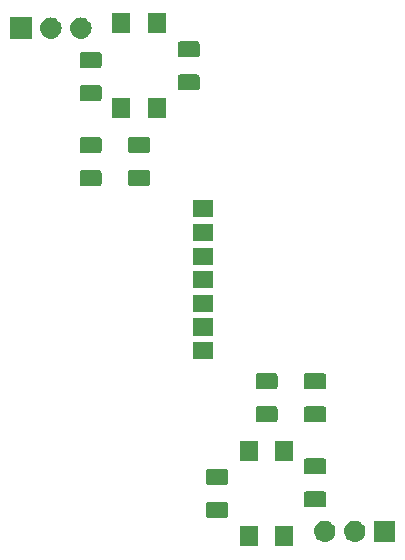
<source format=gbr>
G04 #@! TF.GenerationSoftware,KiCad,Pcbnew,(5.0.1)-4*
G04 #@! TF.CreationDate,2019-02-20T00:24:04+08:00*
G04 #@! TF.ProjectId,Xiaomi2Ali-Smart-Plug-WIFI-Module-Rev.B,5869616F6D6932416C692D536D617274,rev?*
G04 #@! TF.SameCoordinates,Original*
G04 #@! TF.FileFunction,Soldermask,Top*
G04 #@! TF.FilePolarity,Negative*
%FSLAX46Y46*%
G04 Gerber Fmt 4.6, Leading zero omitted, Abs format (unit mm)*
G04 Created by KiCad (PCBNEW (5.0.1)-4) date 2019/2/20 0:24:04*
%MOMM*%
%LPD*%
G01*
G04 APERTURE LIST*
%ADD10C,0.100000*%
G04 APERTURE END LIST*
D10*
G36*
X148051000Y-116051000D02*
X146549000Y-116051000D01*
X146549000Y-114349000D01*
X148051000Y-114349000D01*
X148051000Y-116051000D01*
X148051000Y-116051000D01*
G37*
G36*
X151051000Y-116051000D02*
X149549000Y-116051000D01*
X149549000Y-114349000D01*
X151051000Y-114349000D01*
X151051000Y-116051000D01*
X151051000Y-116051000D01*
G37*
G36*
X153830442Y-113905518D02*
X153896627Y-113912037D01*
X154009853Y-113946384D01*
X154066467Y-113963557D01*
X154205087Y-114037652D01*
X154222991Y-114047222D01*
X154258729Y-114076552D01*
X154360186Y-114159814D01*
X154443448Y-114261271D01*
X154472778Y-114297009D01*
X154472779Y-114297011D01*
X154556443Y-114453533D01*
X154556443Y-114453534D01*
X154607963Y-114623373D01*
X154625359Y-114800000D01*
X154607963Y-114976627D01*
X154573616Y-115089853D01*
X154556443Y-115146467D01*
X154482348Y-115285087D01*
X154472778Y-115302991D01*
X154443448Y-115338729D01*
X154360186Y-115440186D01*
X154258729Y-115523448D01*
X154222991Y-115552778D01*
X154222989Y-115552779D01*
X154066467Y-115636443D01*
X154009853Y-115653616D01*
X153896627Y-115687963D01*
X153830442Y-115694482D01*
X153764260Y-115701000D01*
X153675740Y-115701000D01*
X153609558Y-115694482D01*
X153543373Y-115687963D01*
X153430147Y-115653616D01*
X153373533Y-115636443D01*
X153217011Y-115552779D01*
X153217009Y-115552778D01*
X153181271Y-115523448D01*
X153079814Y-115440186D01*
X152996552Y-115338729D01*
X152967222Y-115302991D01*
X152957652Y-115285087D01*
X152883557Y-115146467D01*
X152866384Y-115089853D01*
X152832037Y-114976627D01*
X152814641Y-114800000D01*
X152832037Y-114623373D01*
X152883557Y-114453534D01*
X152883557Y-114453533D01*
X152967221Y-114297011D01*
X152967222Y-114297009D01*
X152996552Y-114261271D01*
X153079814Y-114159814D01*
X153181271Y-114076552D01*
X153217009Y-114047222D01*
X153234913Y-114037652D01*
X153373533Y-113963557D01*
X153430147Y-113946384D01*
X153543373Y-113912037D01*
X153609558Y-113905518D01*
X153675740Y-113899000D01*
X153764260Y-113899000D01*
X153830442Y-113905518D01*
X153830442Y-113905518D01*
G37*
G36*
X156370442Y-113905518D02*
X156436627Y-113912037D01*
X156549853Y-113946384D01*
X156606467Y-113963557D01*
X156745087Y-114037652D01*
X156762991Y-114047222D01*
X156798729Y-114076552D01*
X156900186Y-114159814D01*
X156983448Y-114261271D01*
X157012778Y-114297009D01*
X157012779Y-114297011D01*
X157096443Y-114453533D01*
X157096443Y-114453534D01*
X157147963Y-114623373D01*
X157165359Y-114800000D01*
X157147963Y-114976627D01*
X157113616Y-115089853D01*
X157096443Y-115146467D01*
X157022348Y-115285087D01*
X157012778Y-115302991D01*
X156983448Y-115338729D01*
X156900186Y-115440186D01*
X156798729Y-115523448D01*
X156762991Y-115552778D01*
X156762989Y-115552779D01*
X156606467Y-115636443D01*
X156549853Y-115653616D01*
X156436627Y-115687963D01*
X156370442Y-115694482D01*
X156304260Y-115701000D01*
X156215740Y-115701000D01*
X156149558Y-115694482D01*
X156083373Y-115687963D01*
X155970147Y-115653616D01*
X155913533Y-115636443D01*
X155757011Y-115552779D01*
X155757009Y-115552778D01*
X155721271Y-115523448D01*
X155619814Y-115440186D01*
X155536552Y-115338729D01*
X155507222Y-115302991D01*
X155497652Y-115285087D01*
X155423557Y-115146467D01*
X155406384Y-115089853D01*
X155372037Y-114976627D01*
X155354641Y-114800000D01*
X155372037Y-114623373D01*
X155423557Y-114453534D01*
X155423557Y-114453533D01*
X155507221Y-114297011D01*
X155507222Y-114297009D01*
X155536552Y-114261271D01*
X155619814Y-114159814D01*
X155721271Y-114076552D01*
X155757009Y-114047222D01*
X155774913Y-114037652D01*
X155913533Y-113963557D01*
X155970147Y-113946384D01*
X156083373Y-113912037D01*
X156149558Y-113905518D01*
X156215740Y-113899000D01*
X156304260Y-113899000D01*
X156370442Y-113905518D01*
X156370442Y-113905518D01*
G37*
G36*
X159701000Y-115701000D02*
X157899000Y-115701000D01*
X157899000Y-113899000D01*
X159701000Y-113899000D01*
X159701000Y-115701000D01*
X159701000Y-115701000D01*
G37*
G36*
X145368604Y-112328347D02*
X145405145Y-112339432D01*
X145438820Y-112357431D01*
X145468341Y-112381659D01*
X145492569Y-112411180D01*
X145510568Y-112444855D01*
X145521653Y-112481396D01*
X145526000Y-112525538D01*
X145526000Y-113474462D01*
X145521653Y-113518604D01*
X145510568Y-113555145D01*
X145492569Y-113588820D01*
X145468341Y-113618341D01*
X145438820Y-113642569D01*
X145405145Y-113660568D01*
X145368604Y-113671653D01*
X145324462Y-113676000D01*
X143875538Y-113676000D01*
X143831396Y-113671653D01*
X143794855Y-113660568D01*
X143761180Y-113642569D01*
X143731659Y-113618341D01*
X143707431Y-113588820D01*
X143689432Y-113555145D01*
X143678347Y-113518604D01*
X143674000Y-113474462D01*
X143674000Y-112525538D01*
X143678347Y-112481396D01*
X143689432Y-112444855D01*
X143707431Y-112411180D01*
X143731659Y-112381659D01*
X143761180Y-112357431D01*
X143794855Y-112339432D01*
X143831396Y-112328347D01*
X143875538Y-112324000D01*
X145324462Y-112324000D01*
X145368604Y-112328347D01*
X145368604Y-112328347D01*
G37*
G36*
X153668604Y-111428347D02*
X153705145Y-111439432D01*
X153738820Y-111457431D01*
X153768341Y-111481659D01*
X153792569Y-111511180D01*
X153810568Y-111544855D01*
X153821653Y-111581396D01*
X153826000Y-111625538D01*
X153826000Y-112574462D01*
X153821653Y-112618604D01*
X153810568Y-112655145D01*
X153792569Y-112688820D01*
X153768341Y-112718341D01*
X153738820Y-112742569D01*
X153705145Y-112760568D01*
X153668604Y-112771653D01*
X153624462Y-112776000D01*
X152175538Y-112776000D01*
X152131396Y-112771653D01*
X152094855Y-112760568D01*
X152061180Y-112742569D01*
X152031659Y-112718341D01*
X152007431Y-112688820D01*
X151989432Y-112655145D01*
X151978347Y-112618604D01*
X151974000Y-112574462D01*
X151974000Y-111625538D01*
X151978347Y-111581396D01*
X151989432Y-111544855D01*
X152007431Y-111511180D01*
X152031659Y-111481659D01*
X152061180Y-111457431D01*
X152094855Y-111439432D01*
X152131396Y-111428347D01*
X152175538Y-111424000D01*
X153624462Y-111424000D01*
X153668604Y-111428347D01*
X153668604Y-111428347D01*
G37*
G36*
X145368604Y-109528347D02*
X145405145Y-109539432D01*
X145438820Y-109557431D01*
X145468341Y-109581659D01*
X145492569Y-109611180D01*
X145510568Y-109644855D01*
X145521653Y-109681396D01*
X145526000Y-109725538D01*
X145526000Y-110674462D01*
X145521653Y-110718604D01*
X145510568Y-110755145D01*
X145492569Y-110788820D01*
X145468341Y-110818341D01*
X145438820Y-110842569D01*
X145405145Y-110860568D01*
X145368604Y-110871653D01*
X145324462Y-110876000D01*
X143875538Y-110876000D01*
X143831396Y-110871653D01*
X143794855Y-110860568D01*
X143761180Y-110842569D01*
X143731659Y-110818341D01*
X143707431Y-110788820D01*
X143689432Y-110755145D01*
X143678347Y-110718604D01*
X143674000Y-110674462D01*
X143674000Y-109725538D01*
X143678347Y-109681396D01*
X143689432Y-109644855D01*
X143707431Y-109611180D01*
X143731659Y-109581659D01*
X143761180Y-109557431D01*
X143794855Y-109539432D01*
X143831396Y-109528347D01*
X143875538Y-109524000D01*
X145324462Y-109524000D01*
X145368604Y-109528347D01*
X145368604Y-109528347D01*
G37*
G36*
X153668604Y-108628347D02*
X153705145Y-108639432D01*
X153738820Y-108657431D01*
X153768341Y-108681659D01*
X153792569Y-108711180D01*
X153810568Y-108744855D01*
X153821653Y-108781396D01*
X153826000Y-108825538D01*
X153826000Y-109774462D01*
X153821653Y-109818604D01*
X153810568Y-109855145D01*
X153792569Y-109888820D01*
X153768341Y-109918341D01*
X153738820Y-109942569D01*
X153705145Y-109960568D01*
X153668604Y-109971653D01*
X153624462Y-109976000D01*
X152175538Y-109976000D01*
X152131396Y-109971653D01*
X152094855Y-109960568D01*
X152061180Y-109942569D01*
X152031659Y-109918341D01*
X152007431Y-109888820D01*
X151989432Y-109855145D01*
X151978347Y-109818604D01*
X151974000Y-109774462D01*
X151974000Y-108825538D01*
X151978347Y-108781396D01*
X151989432Y-108744855D01*
X152007431Y-108711180D01*
X152031659Y-108681659D01*
X152061180Y-108657431D01*
X152094855Y-108639432D01*
X152131396Y-108628347D01*
X152175538Y-108624000D01*
X153624462Y-108624000D01*
X153668604Y-108628347D01*
X153668604Y-108628347D01*
G37*
G36*
X151051000Y-108851000D02*
X149549000Y-108851000D01*
X149549000Y-107149000D01*
X151051000Y-107149000D01*
X151051000Y-108851000D01*
X151051000Y-108851000D01*
G37*
G36*
X148051000Y-108851000D02*
X146549000Y-108851000D01*
X146549000Y-107149000D01*
X148051000Y-107149000D01*
X148051000Y-108851000D01*
X148051000Y-108851000D01*
G37*
G36*
X149568604Y-104228347D02*
X149605145Y-104239432D01*
X149638820Y-104257431D01*
X149668341Y-104281659D01*
X149692569Y-104311180D01*
X149710568Y-104344855D01*
X149721653Y-104381396D01*
X149726000Y-104425538D01*
X149726000Y-105374462D01*
X149721653Y-105418604D01*
X149710568Y-105455145D01*
X149692569Y-105488820D01*
X149668341Y-105518341D01*
X149638820Y-105542569D01*
X149605145Y-105560568D01*
X149568604Y-105571653D01*
X149524462Y-105576000D01*
X148075538Y-105576000D01*
X148031396Y-105571653D01*
X147994855Y-105560568D01*
X147961180Y-105542569D01*
X147931659Y-105518341D01*
X147907431Y-105488820D01*
X147889432Y-105455145D01*
X147878347Y-105418604D01*
X147874000Y-105374462D01*
X147874000Y-104425538D01*
X147878347Y-104381396D01*
X147889432Y-104344855D01*
X147907431Y-104311180D01*
X147931659Y-104281659D01*
X147961180Y-104257431D01*
X147994855Y-104239432D01*
X148031396Y-104228347D01*
X148075538Y-104224000D01*
X149524462Y-104224000D01*
X149568604Y-104228347D01*
X149568604Y-104228347D01*
G37*
G36*
X153668604Y-104228347D02*
X153705145Y-104239432D01*
X153738820Y-104257431D01*
X153768341Y-104281659D01*
X153792569Y-104311180D01*
X153810568Y-104344855D01*
X153821653Y-104381396D01*
X153826000Y-104425538D01*
X153826000Y-105374462D01*
X153821653Y-105418604D01*
X153810568Y-105455145D01*
X153792569Y-105488820D01*
X153768341Y-105518341D01*
X153738820Y-105542569D01*
X153705145Y-105560568D01*
X153668604Y-105571653D01*
X153624462Y-105576000D01*
X152175538Y-105576000D01*
X152131396Y-105571653D01*
X152094855Y-105560568D01*
X152061180Y-105542569D01*
X152031659Y-105518341D01*
X152007431Y-105488820D01*
X151989432Y-105455145D01*
X151978347Y-105418604D01*
X151974000Y-105374462D01*
X151974000Y-104425538D01*
X151978347Y-104381396D01*
X151989432Y-104344855D01*
X152007431Y-104311180D01*
X152031659Y-104281659D01*
X152061180Y-104257431D01*
X152094855Y-104239432D01*
X152131396Y-104228347D01*
X152175538Y-104224000D01*
X153624462Y-104224000D01*
X153668604Y-104228347D01*
X153668604Y-104228347D01*
G37*
G36*
X149568604Y-101428347D02*
X149605145Y-101439432D01*
X149638820Y-101457431D01*
X149668341Y-101481659D01*
X149692569Y-101511180D01*
X149710568Y-101544855D01*
X149721653Y-101581396D01*
X149726000Y-101625538D01*
X149726000Y-102574462D01*
X149721653Y-102618604D01*
X149710568Y-102655145D01*
X149692569Y-102688820D01*
X149668341Y-102718341D01*
X149638820Y-102742569D01*
X149605145Y-102760568D01*
X149568604Y-102771653D01*
X149524462Y-102776000D01*
X148075538Y-102776000D01*
X148031396Y-102771653D01*
X147994855Y-102760568D01*
X147961180Y-102742569D01*
X147931659Y-102718341D01*
X147907431Y-102688820D01*
X147889432Y-102655145D01*
X147878347Y-102618604D01*
X147874000Y-102574462D01*
X147874000Y-101625538D01*
X147878347Y-101581396D01*
X147889432Y-101544855D01*
X147907431Y-101511180D01*
X147931659Y-101481659D01*
X147961180Y-101457431D01*
X147994855Y-101439432D01*
X148031396Y-101428347D01*
X148075538Y-101424000D01*
X149524462Y-101424000D01*
X149568604Y-101428347D01*
X149568604Y-101428347D01*
G37*
G36*
X153668604Y-101428347D02*
X153705145Y-101439432D01*
X153738820Y-101457431D01*
X153768341Y-101481659D01*
X153792569Y-101511180D01*
X153810568Y-101544855D01*
X153821653Y-101581396D01*
X153826000Y-101625538D01*
X153826000Y-102574462D01*
X153821653Y-102618604D01*
X153810568Y-102655145D01*
X153792569Y-102688820D01*
X153768341Y-102718341D01*
X153738820Y-102742569D01*
X153705145Y-102760568D01*
X153668604Y-102771653D01*
X153624462Y-102776000D01*
X152175538Y-102776000D01*
X152131396Y-102771653D01*
X152094855Y-102760568D01*
X152061180Y-102742569D01*
X152031659Y-102718341D01*
X152007431Y-102688820D01*
X151989432Y-102655145D01*
X151978347Y-102618604D01*
X151974000Y-102574462D01*
X151974000Y-101625538D01*
X151978347Y-101581396D01*
X151989432Y-101544855D01*
X152007431Y-101511180D01*
X152031659Y-101481659D01*
X152061180Y-101457431D01*
X152094855Y-101439432D01*
X152131396Y-101428347D01*
X152175538Y-101424000D01*
X153624462Y-101424000D01*
X153668604Y-101428347D01*
X153668604Y-101428347D01*
G37*
G36*
X144226000Y-100226000D02*
X142574000Y-100226000D01*
X142574000Y-98774000D01*
X144226000Y-98774000D01*
X144226000Y-100226000D01*
X144226000Y-100226000D01*
G37*
G36*
X144226000Y-98226000D02*
X142574000Y-98226000D01*
X142574000Y-96774000D01*
X144226000Y-96774000D01*
X144226000Y-98226000D01*
X144226000Y-98226000D01*
G37*
G36*
X144226000Y-96226000D02*
X142574000Y-96226000D01*
X142574000Y-94774000D01*
X144226000Y-94774000D01*
X144226000Y-96226000D01*
X144226000Y-96226000D01*
G37*
G36*
X144226000Y-94226000D02*
X142574000Y-94226000D01*
X142574000Y-92774000D01*
X144226000Y-92774000D01*
X144226000Y-94226000D01*
X144226000Y-94226000D01*
G37*
G36*
X144226000Y-92226000D02*
X142574000Y-92226000D01*
X142574000Y-90774000D01*
X144226000Y-90774000D01*
X144226000Y-92226000D01*
X144226000Y-92226000D01*
G37*
G36*
X144226000Y-90226000D02*
X142574000Y-90226000D01*
X142574000Y-88774000D01*
X144226000Y-88774000D01*
X144226000Y-90226000D01*
X144226000Y-90226000D01*
G37*
G36*
X144226000Y-88226000D02*
X142574000Y-88226000D01*
X142574000Y-86774000D01*
X144226000Y-86774000D01*
X144226000Y-88226000D01*
X144226000Y-88226000D01*
G37*
G36*
X138768604Y-84228347D02*
X138805145Y-84239432D01*
X138838820Y-84257431D01*
X138868341Y-84281659D01*
X138892569Y-84311180D01*
X138910568Y-84344855D01*
X138921653Y-84381396D01*
X138926000Y-84425538D01*
X138926000Y-85374462D01*
X138921653Y-85418604D01*
X138910568Y-85455145D01*
X138892569Y-85488820D01*
X138868341Y-85518341D01*
X138838820Y-85542569D01*
X138805145Y-85560568D01*
X138768604Y-85571653D01*
X138724462Y-85576000D01*
X137275538Y-85576000D01*
X137231396Y-85571653D01*
X137194855Y-85560568D01*
X137161180Y-85542569D01*
X137131659Y-85518341D01*
X137107431Y-85488820D01*
X137089432Y-85455145D01*
X137078347Y-85418604D01*
X137074000Y-85374462D01*
X137074000Y-84425538D01*
X137078347Y-84381396D01*
X137089432Y-84344855D01*
X137107431Y-84311180D01*
X137131659Y-84281659D01*
X137161180Y-84257431D01*
X137194855Y-84239432D01*
X137231396Y-84228347D01*
X137275538Y-84224000D01*
X138724462Y-84224000D01*
X138768604Y-84228347D01*
X138768604Y-84228347D01*
G37*
G36*
X134668604Y-84228347D02*
X134705145Y-84239432D01*
X134738820Y-84257431D01*
X134768341Y-84281659D01*
X134792569Y-84311180D01*
X134810568Y-84344855D01*
X134821653Y-84381396D01*
X134826000Y-84425538D01*
X134826000Y-85374462D01*
X134821653Y-85418604D01*
X134810568Y-85455145D01*
X134792569Y-85488820D01*
X134768341Y-85518341D01*
X134738820Y-85542569D01*
X134705145Y-85560568D01*
X134668604Y-85571653D01*
X134624462Y-85576000D01*
X133175538Y-85576000D01*
X133131396Y-85571653D01*
X133094855Y-85560568D01*
X133061180Y-85542569D01*
X133031659Y-85518341D01*
X133007431Y-85488820D01*
X132989432Y-85455145D01*
X132978347Y-85418604D01*
X132974000Y-85374462D01*
X132974000Y-84425538D01*
X132978347Y-84381396D01*
X132989432Y-84344855D01*
X133007431Y-84311180D01*
X133031659Y-84281659D01*
X133061180Y-84257431D01*
X133094855Y-84239432D01*
X133131396Y-84228347D01*
X133175538Y-84224000D01*
X134624462Y-84224000D01*
X134668604Y-84228347D01*
X134668604Y-84228347D01*
G37*
G36*
X134668604Y-81428347D02*
X134705145Y-81439432D01*
X134738820Y-81457431D01*
X134768341Y-81481659D01*
X134792569Y-81511180D01*
X134810568Y-81544855D01*
X134821653Y-81581396D01*
X134826000Y-81625538D01*
X134826000Y-82574462D01*
X134821653Y-82618604D01*
X134810568Y-82655145D01*
X134792569Y-82688820D01*
X134768341Y-82718341D01*
X134738820Y-82742569D01*
X134705145Y-82760568D01*
X134668604Y-82771653D01*
X134624462Y-82776000D01*
X133175538Y-82776000D01*
X133131396Y-82771653D01*
X133094855Y-82760568D01*
X133061180Y-82742569D01*
X133031659Y-82718341D01*
X133007431Y-82688820D01*
X132989432Y-82655145D01*
X132978347Y-82618604D01*
X132974000Y-82574462D01*
X132974000Y-81625538D01*
X132978347Y-81581396D01*
X132989432Y-81544855D01*
X133007431Y-81511180D01*
X133031659Y-81481659D01*
X133061180Y-81457431D01*
X133094855Y-81439432D01*
X133131396Y-81428347D01*
X133175538Y-81424000D01*
X134624462Y-81424000D01*
X134668604Y-81428347D01*
X134668604Y-81428347D01*
G37*
G36*
X138768604Y-81428347D02*
X138805145Y-81439432D01*
X138838820Y-81457431D01*
X138868341Y-81481659D01*
X138892569Y-81511180D01*
X138910568Y-81544855D01*
X138921653Y-81581396D01*
X138926000Y-81625538D01*
X138926000Y-82574462D01*
X138921653Y-82618604D01*
X138910568Y-82655145D01*
X138892569Y-82688820D01*
X138868341Y-82718341D01*
X138838820Y-82742569D01*
X138805145Y-82760568D01*
X138768604Y-82771653D01*
X138724462Y-82776000D01*
X137275538Y-82776000D01*
X137231396Y-82771653D01*
X137194855Y-82760568D01*
X137161180Y-82742569D01*
X137131659Y-82718341D01*
X137107431Y-82688820D01*
X137089432Y-82655145D01*
X137078347Y-82618604D01*
X137074000Y-82574462D01*
X137074000Y-81625538D01*
X137078347Y-81581396D01*
X137089432Y-81544855D01*
X137107431Y-81511180D01*
X137131659Y-81481659D01*
X137161180Y-81457431D01*
X137194855Y-81439432D01*
X137231396Y-81428347D01*
X137275538Y-81424000D01*
X138724462Y-81424000D01*
X138768604Y-81428347D01*
X138768604Y-81428347D01*
G37*
G36*
X137251000Y-79851000D02*
X135749000Y-79851000D01*
X135749000Y-78149000D01*
X137251000Y-78149000D01*
X137251000Y-79851000D01*
X137251000Y-79851000D01*
G37*
G36*
X140251000Y-79851000D02*
X138749000Y-79851000D01*
X138749000Y-78149000D01*
X140251000Y-78149000D01*
X140251000Y-79851000D01*
X140251000Y-79851000D01*
G37*
G36*
X134668604Y-77028347D02*
X134705145Y-77039432D01*
X134738820Y-77057431D01*
X134768341Y-77081659D01*
X134792569Y-77111180D01*
X134810568Y-77144855D01*
X134821653Y-77181396D01*
X134826000Y-77225538D01*
X134826000Y-78174462D01*
X134821653Y-78218604D01*
X134810568Y-78255145D01*
X134792569Y-78288820D01*
X134768341Y-78318341D01*
X134738820Y-78342569D01*
X134705145Y-78360568D01*
X134668604Y-78371653D01*
X134624462Y-78376000D01*
X133175538Y-78376000D01*
X133131396Y-78371653D01*
X133094855Y-78360568D01*
X133061180Y-78342569D01*
X133031659Y-78318341D01*
X133007431Y-78288820D01*
X132989432Y-78255145D01*
X132978347Y-78218604D01*
X132974000Y-78174462D01*
X132974000Y-77225538D01*
X132978347Y-77181396D01*
X132989432Y-77144855D01*
X133007431Y-77111180D01*
X133031659Y-77081659D01*
X133061180Y-77057431D01*
X133094855Y-77039432D01*
X133131396Y-77028347D01*
X133175538Y-77024000D01*
X134624462Y-77024000D01*
X134668604Y-77028347D01*
X134668604Y-77028347D01*
G37*
G36*
X142968604Y-76128347D02*
X143005145Y-76139432D01*
X143038820Y-76157431D01*
X143068341Y-76181659D01*
X143092569Y-76211180D01*
X143110568Y-76244855D01*
X143121653Y-76281396D01*
X143126000Y-76325538D01*
X143126000Y-77274462D01*
X143121653Y-77318604D01*
X143110568Y-77355145D01*
X143092569Y-77388820D01*
X143068341Y-77418341D01*
X143038820Y-77442569D01*
X143005145Y-77460568D01*
X142968604Y-77471653D01*
X142924462Y-77476000D01*
X141475538Y-77476000D01*
X141431396Y-77471653D01*
X141394855Y-77460568D01*
X141361180Y-77442569D01*
X141331659Y-77418341D01*
X141307431Y-77388820D01*
X141289432Y-77355145D01*
X141278347Y-77318604D01*
X141274000Y-77274462D01*
X141274000Y-76325538D01*
X141278347Y-76281396D01*
X141289432Y-76244855D01*
X141307431Y-76211180D01*
X141331659Y-76181659D01*
X141361180Y-76157431D01*
X141394855Y-76139432D01*
X141431396Y-76128347D01*
X141475538Y-76124000D01*
X142924462Y-76124000D01*
X142968604Y-76128347D01*
X142968604Y-76128347D01*
G37*
G36*
X134668604Y-74228347D02*
X134705145Y-74239432D01*
X134738820Y-74257431D01*
X134768341Y-74281659D01*
X134792569Y-74311180D01*
X134810568Y-74344855D01*
X134821653Y-74381396D01*
X134826000Y-74425538D01*
X134826000Y-75374462D01*
X134821653Y-75418604D01*
X134810568Y-75455145D01*
X134792569Y-75488820D01*
X134768341Y-75518341D01*
X134738820Y-75542569D01*
X134705145Y-75560568D01*
X134668604Y-75571653D01*
X134624462Y-75576000D01*
X133175538Y-75576000D01*
X133131396Y-75571653D01*
X133094855Y-75560568D01*
X133061180Y-75542569D01*
X133031659Y-75518341D01*
X133007431Y-75488820D01*
X132989432Y-75455145D01*
X132978347Y-75418604D01*
X132974000Y-75374462D01*
X132974000Y-74425538D01*
X132978347Y-74381396D01*
X132989432Y-74344855D01*
X133007431Y-74311180D01*
X133031659Y-74281659D01*
X133061180Y-74257431D01*
X133094855Y-74239432D01*
X133131396Y-74228347D01*
X133175538Y-74224000D01*
X134624462Y-74224000D01*
X134668604Y-74228347D01*
X134668604Y-74228347D01*
G37*
G36*
X142968604Y-73328347D02*
X143005145Y-73339432D01*
X143038820Y-73357431D01*
X143068341Y-73381659D01*
X143092569Y-73411180D01*
X143110568Y-73444855D01*
X143121653Y-73481396D01*
X143126000Y-73525538D01*
X143126000Y-74474462D01*
X143121653Y-74518604D01*
X143110568Y-74555145D01*
X143092569Y-74588820D01*
X143068341Y-74618341D01*
X143038820Y-74642569D01*
X143005145Y-74660568D01*
X142968604Y-74671653D01*
X142924462Y-74676000D01*
X141475538Y-74676000D01*
X141431396Y-74671653D01*
X141394855Y-74660568D01*
X141361180Y-74642569D01*
X141331659Y-74618341D01*
X141307431Y-74588820D01*
X141289432Y-74555145D01*
X141278347Y-74518604D01*
X141274000Y-74474462D01*
X141274000Y-73525538D01*
X141278347Y-73481396D01*
X141289432Y-73444855D01*
X141307431Y-73411180D01*
X141331659Y-73381659D01*
X141361180Y-73357431D01*
X141394855Y-73339432D01*
X141431396Y-73328347D01*
X141475538Y-73324000D01*
X142924462Y-73324000D01*
X142968604Y-73328347D01*
X142968604Y-73328347D01*
G37*
G36*
X130650442Y-71305518D02*
X130716627Y-71312037D01*
X130829853Y-71346384D01*
X130886467Y-71363557D01*
X131025087Y-71437652D01*
X131042991Y-71447222D01*
X131078729Y-71476552D01*
X131180186Y-71559814D01*
X131263448Y-71661271D01*
X131292778Y-71697009D01*
X131292779Y-71697011D01*
X131376443Y-71853533D01*
X131376443Y-71853534D01*
X131427963Y-72023373D01*
X131445359Y-72200000D01*
X131427963Y-72376627D01*
X131393616Y-72489853D01*
X131376443Y-72546467D01*
X131320568Y-72651000D01*
X131292778Y-72702991D01*
X131263448Y-72738729D01*
X131180186Y-72840186D01*
X131078729Y-72923448D01*
X131042991Y-72952778D01*
X131042989Y-72952779D01*
X130886467Y-73036443D01*
X130829853Y-73053616D01*
X130716627Y-73087963D01*
X130650442Y-73094482D01*
X130584260Y-73101000D01*
X130495740Y-73101000D01*
X130429558Y-73094482D01*
X130363373Y-73087963D01*
X130250147Y-73053616D01*
X130193533Y-73036443D01*
X130037011Y-72952779D01*
X130037009Y-72952778D01*
X130001271Y-72923448D01*
X129899814Y-72840186D01*
X129816552Y-72738729D01*
X129787222Y-72702991D01*
X129759432Y-72651000D01*
X129703557Y-72546467D01*
X129686384Y-72489853D01*
X129652037Y-72376627D01*
X129634641Y-72200000D01*
X129652037Y-72023373D01*
X129703557Y-71853534D01*
X129703557Y-71853533D01*
X129787221Y-71697011D01*
X129787222Y-71697009D01*
X129816552Y-71661271D01*
X129899814Y-71559814D01*
X130001271Y-71476552D01*
X130037009Y-71447222D01*
X130054913Y-71437652D01*
X130193533Y-71363557D01*
X130250147Y-71346384D01*
X130363373Y-71312037D01*
X130429558Y-71305518D01*
X130495740Y-71299000D01*
X130584260Y-71299000D01*
X130650442Y-71305518D01*
X130650442Y-71305518D01*
G37*
G36*
X133190442Y-71305518D02*
X133256627Y-71312037D01*
X133369853Y-71346384D01*
X133426467Y-71363557D01*
X133565087Y-71437652D01*
X133582991Y-71447222D01*
X133618729Y-71476552D01*
X133720186Y-71559814D01*
X133803448Y-71661271D01*
X133832778Y-71697009D01*
X133832779Y-71697011D01*
X133916443Y-71853533D01*
X133916443Y-71853534D01*
X133967963Y-72023373D01*
X133985359Y-72200000D01*
X133967963Y-72376627D01*
X133933616Y-72489853D01*
X133916443Y-72546467D01*
X133860568Y-72651000D01*
X133832778Y-72702991D01*
X133803448Y-72738729D01*
X133720186Y-72840186D01*
X133618729Y-72923448D01*
X133582991Y-72952778D01*
X133582989Y-72952779D01*
X133426467Y-73036443D01*
X133369853Y-73053616D01*
X133256627Y-73087963D01*
X133190442Y-73094482D01*
X133124260Y-73101000D01*
X133035740Y-73101000D01*
X132969558Y-73094482D01*
X132903373Y-73087963D01*
X132790147Y-73053616D01*
X132733533Y-73036443D01*
X132577011Y-72952779D01*
X132577009Y-72952778D01*
X132541271Y-72923448D01*
X132439814Y-72840186D01*
X132356552Y-72738729D01*
X132327222Y-72702991D01*
X132299432Y-72651000D01*
X132243557Y-72546467D01*
X132226384Y-72489853D01*
X132192037Y-72376627D01*
X132174641Y-72200000D01*
X132192037Y-72023373D01*
X132243557Y-71853534D01*
X132243557Y-71853533D01*
X132327221Y-71697011D01*
X132327222Y-71697009D01*
X132356552Y-71661271D01*
X132439814Y-71559814D01*
X132541271Y-71476552D01*
X132577009Y-71447222D01*
X132594913Y-71437652D01*
X132733533Y-71363557D01*
X132790147Y-71346384D01*
X132903373Y-71312037D01*
X132969558Y-71305518D01*
X133035740Y-71299000D01*
X133124260Y-71299000D01*
X133190442Y-71305518D01*
X133190442Y-71305518D01*
G37*
G36*
X128901000Y-73101000D02*
X127099000Y-73101000D01*
X127099000Y-71299000D01*
X128901000Y-71299000D01*
X128901000Y-73101000D01*
X128901000Y-73101000D01*
G37*
G36*
X140251000Y-72651000D02*
X138749000Y-72651000D01*
X138749000Y-70949000D01*
X140251000Y-70949000D01*
X140251000Y-72651000D01*
X140251000Y-72651000D01*
G37*
G36*
X137251000Y-72651000D02*
X135749000Y-72651000D01*
X135749000Y-70949000D01*
X137251000Y-70949000D01*
X137251000Y-72651000D01*
X137251000Y-72651000D01*
G37*
M02*

</source>
